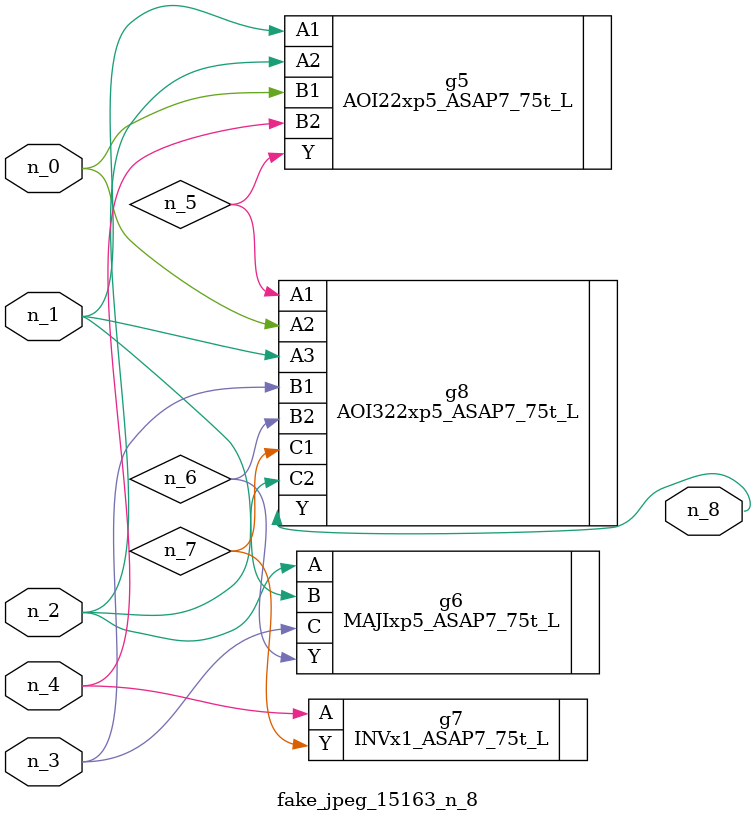
<source format=v>
module fake_jpeg_15163_n_8 (n_3, n_2, n_1, n_0, n_4, n_8);

input n_3;
input n_2;
input n_1;
input n_0;
input n_4;

output n_8;

wire n_6;
wire n_5;
wire n_7;

AOI22xp5_ASAP7_75t_L g5 ( 
.A1(n_1),
.A2(n_2),
.B1(n_0),
.B2(n_4),
.Y(n_5)
);

MAJIxp5_ASAP7_75t_L g6 ( 
.A(n_2),
.B(n_1),
.C(n_3),
.Y(n_6)
);

INVx1_ASAP7_75t_L g7 ( 
.A(n_4),
.Y(n_7)
);

AOI322xp5_ASAP7_75t_L g8 ( 
.A1(n_5),
.A2(n_0),
.A3(n_1),
.B1(n_3),
.B2(n_6),
.C1(n_7),
.C2(n_2),
.Y(n_8)
);


endmodule
</source>
